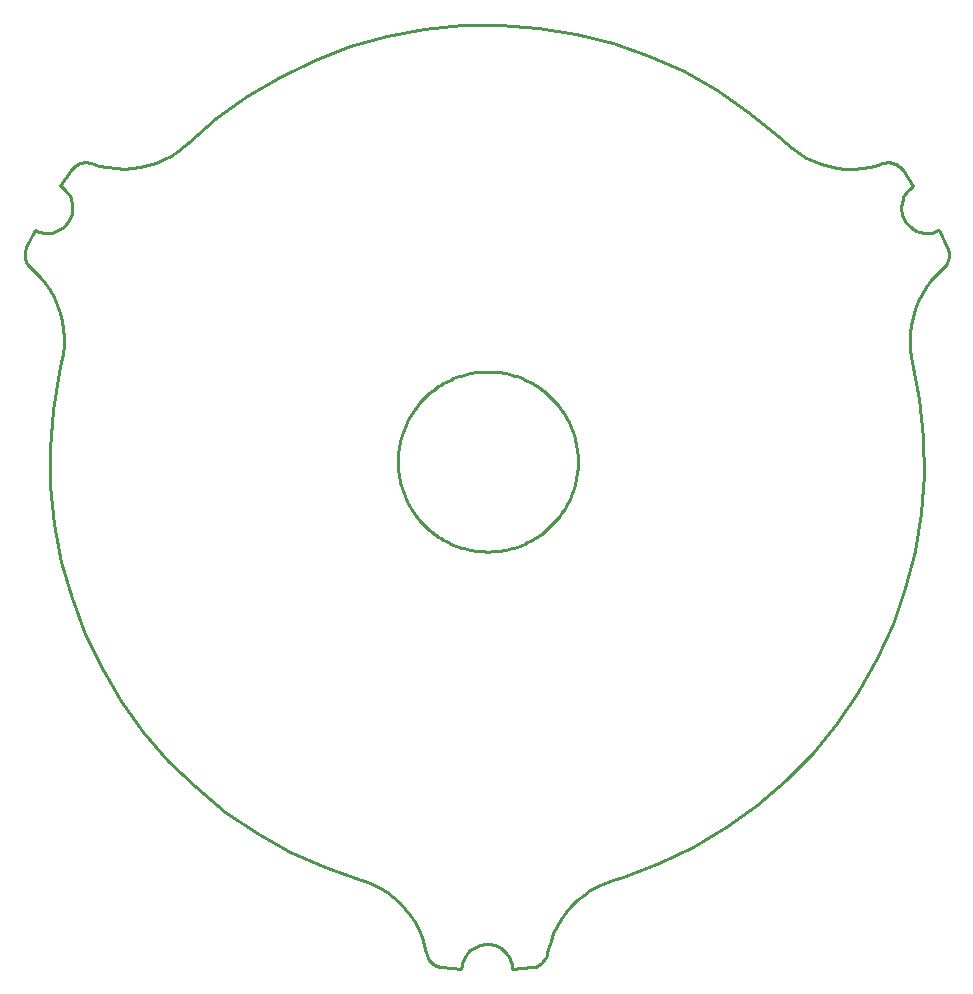
<source format=gbr>
G04 EAGLE Gerber X2 export*
%TF.Part,Single*%
%TF.FileFunction,Profile,NP*%
%TF.FilePolarity,Positive*%
%TF.GenerationSoftware,Autodesk,EAGLE,8.7.1*%
%TF.CreationDate,2019-11-11T18:06:01Z*%
G75*
%MOMM*%
%FSLAX34Y34*%
%LPD*%
%AMOC8*
5,1,8,0,0,1.08239X$1,22.5*%
G01*
%ADD10C,0.254000*%


D10*
X-389870Y181388D02*
X-390312Y180334D01*
X-390718Y179090D01*
X-391014Y177816D01*
X-391198Y176520D01*
X-391269Y175213D01*
X-391225Y173906D01*
X-391068Y172607D01*
X-390797Y171326D01*
X-390417Y170074D01*
X-389928Y168860D01*
X-389336Y167693D01*
X-388644Y166583D01*
X-387858Y165536D01*
X-386984Y164563D01*
X-386028Y163669D01*
X-383290Y161211D01*
X-378417Y156215D01*
X-373999Y150812D01*
X-370068Y145045D01*
X-366654Y138958D01*
X-363785Y132596D01*
X-361480Y126008D01*
X-359759Y119245D01*
X-358634Y112357D01*
X-358113Y105398D01*
X-358200Y98419D01*
X-358896Y91475D01*
X-360194Y84617D01*
X-362208Y75535D01*
X-367413Y43679D01*
X-369822Y11491D01*
X-369416Y-20785D01*
X-366199Y-52902D01*
X-360194Y-84617D01*
X-351449Y-115688D01*
X-340028Y-145879D01*
X-326020Y-174959D01*
X-309531Y-202708D01*
X-290686Y-228914D01*
X-269629Y-253378D01*
X-246519Y-275914D01*
X-221534Y-296349D01*
X-194862Y-314529D01*
X-166708Y-330316D01*
X-137284Y-343588D01*
X-106816Y-354246D01*
X-103319Y-355389D01*
X-96844Y-357994D01*
X-90621Y-361153D01*
X-84697Y-364843D01*
X-79117Y-369035D01*
X-73924Y-373697D01*
X-69156Y-378794D01*
X-64851Y-384287D01*
X-61042Y-390135D01*
X-57756Y-396292D01*
X-55020Y-402712D01*
X-52853Y-409347D01*
X-51273Y-416145D01*
X-51020Y-417259D01*
X-50628Y-418507D01*
X-50128Y-419717D01*
X-49525Y-420878D01*
X-48823Y-421982D01*
X-48027Y-423021D01*
X-47144Y-423987D01*
X-46180Y-424872D01*
X-45143Y-425669D01*
X-44039Y-426373D01*
X-42879Y-426978D01*
X-41671Y-427480D01*
X-40423Y-427875D01*
X-39146Y-428159D01*
X-37849Y-428331D01*
X-21493Y-429462D01*
X-21458Y-428662D01*
X-21260Y-426797D01*
X-20900Y-424956D01*
X-20381Y-423154D01*
X-19707Y-421404D01*
X-18883Y-419719D01*
X-17915Y-418112D01*
X-16810Y-416596D01*
X-15578Y-415182D01*
X-14227Y-413881D01*
X-12768Y-412702D01*
X-11212Y-411655D01*
X-9571Y-410748D01*
X-7856Y-409987D01*
X-6082Y-409378D01*
X-4262Y-408926D01*
X-2409Y-408635D01*
X-537Y-408507D01*
X1338Y-408542D01*
X3203Y-408740D01*
X5044Y-409100D01*
X6846Y-409619D01*
X8596Y-410293D01*
X10281Y-411117D01*
X11888Y-412085D01*
X13404Y-413190D01*
X14818Y-414422D01*
X16119Y-415773D01*
X17298Y-417232D01*
X18345Y-418788D01*
X19252Y-420429D01*
X20013Y-422144D01*
X20622Y-423918D01*
X21073Y-425738D01*
X21365Y-427591D01*
X21493Y-429462D01*
X37849Y-428331D01*
X38982Y-428187D01*
X40262Y-427917D01*
X41514Y-427536D01*
X42728Y-427048D01*
X43895Y-426456D01*
X45006Y-425764D01*
X46052Y-424978D01*
X47026Y-424104D01*
X47920Y-423148D01*
X48727Y-422118D01*
X49441Y-421021D01*
X50057Y-419867D01*
X50570Y-418663D01*
X50977Y-417419D01*
X51273Y-416145D01*
X52032Y-412544D01*
X53923Y-405826D01*
X56392Y-399298D01*
X59421Y-393011D01*
X62986Y-387011D01*
X67061Y-381345D01*
X71614Y-376055D01*
X76610Y-371183D01*
X82013Y-366764D01*
X87779Y-362834D01*
X93867Y-359420D01*
X100229Y-356550D01*
X106816Y-354246D01*
X115688Y-351449D01*
X145879Y-340028D01*
X174959Y-326020D01*
X202708Y-309531D01*
X228914Y-290686D01*
X253378Y-269629D01*
X275913Y-246519D01*
X296349Y-221534D01*
X314529Y-194862D01*
X330316Y-166708D01*
X343588Y-137284D01*
X354246Y-106816D01*
X362208Y-75535D01*
X367413Y-43679D01*
X369822Y-11491D01*
X369416Y20785D01*
X366199Y52902D01*
X360194Y84617D01*
X359435Y88218D01*
X358454Y95128D01*
X358078Y102097D01*
X358312Y109072D01*
X359152Y116000D01*
X360593Y122829D01*
X362623Y129506D01*
X365228Y135981D01*
X368387Y142204D01*
X372077Y148128D01*
X376269Y153708D01*
X380931Y158901D01*
X386028Y163669D01*
X386867Y164444D01*
X387752Y165408D01*
X388550Y166446D01*
X389254Y167549D01*
X389859Y168709D01*
X390361Y169918D01*
X390755Y171165D01*
X391040Y172443D01*
X391212Y173740D01*
X391270Y175047D01*
X391214Y176355D01*
X391044Y177652D01*
X390762Y178930D01*
X390370Y180178D01*
X389870Y181388D01*
X382672Y196117D01*
X381961Y195748D01*
X380247Y194987D01*
X378473Y194378D01*
X376652Y193927D01*
X374800Y193635D01*
X372928Y193507D01*
X371053Y193542D01*
X369188Y193740D01*
X367347Y194100D01*
X365545Y194619D01*
X363795Y195293D01*
X362110Y196118D01*
X360503Y197085D01*
X358987Y198190D01*
X357573Y199422D01*
X356272Y200773D01*
X355093Y202232D01*
X354046Y203788D01*
X353139Y205429D01*
X352378Y207144D01*
X351769Y208918D01*
X351317Y210738D01*
X351026Y212591D01*
X350898Y214463D01*
X350933Y216338D01*
X351131Y218203D01*
X351491Y220044D01*
X352010Y221846D01*
X352684Y223596D01*
X353508Y225281D01*
X354476Y226888D01*
X355581Y228404D01*
X356813Y229818D01*
X358164Y231119D01*
X359623Y232298D01*
X361179Y233345D01*
X352021Y246943D01*
X351330Y247853D01*
X350456Y248827D01*
X349500Y249721D01*
X348470Y250528D01*
X347374Y251242D01*
X346219Y251858D01*
X345015Y252371D01*
X343771Y252778D01*
X342497Y253074D01*
X341201Y253258D01*
X339895Y253328D01*
X338587Y253285D01*
X337288Y253127D01*
X336007Y252857D01*
X334755Y252476D01*
X331258Y251333D01*
X324494Y249612D01*
X317607Y248486D01*
X310647Y247965D01*
X303668Y248053D01*
X296724Y248749D01*
X289867Y250047D01*
X283149Y251938D01*
X276621Y254407D01*
X270333Y257436D01*
X264334Y261001D01*
X258667Y265076D01*
X253378Y269629D01*
X246519Y275913D01*
X221534Y296349D01*
X194862Y314529D01*
X166708Y330316D01*
X137284Y343588D01*
X106816Y354246D01*
X75535Y362208D01*
X43679Y367413D01*
X11491Y369822D01*
X-20785Y369416D01*
X-52902Y366199D01*
X-84617Y360194D01*
X-115688Y351449D01*
X-145879Y340028D01*
X-174959Y326020D01*
X-202708Y309531D01*
X-228914Y290686D01*
X-253378Y269629D01*
X-256117Y267171D01*
X-261610Y262866D01*
X-267457Y259057D01*
X-273615Y255771D01*
X-280035Y253034D01*
X-286669Y250868D01*
X-293467Y249288D01*
X-300377Y248306D01*
X-307346Y247931D01*
X-314321Y248164D01*
X-321249Y249004D01*
X-328078Y250445D01*
X-334755Y252476D01*
X-335847Y252815D01*
X-337124Y253099D01*
X-338421Y253271D01*
X-339728Y253329D01*
X-341036Y253273D01*
X-342333Y253103D01*
X-343611Y252821D01*
X-344860Y252429D01*
X-346069Y251929D01*
X-347230Y251326D01*
X-348334Y250624D01*
X-349373Y249828D01*
X-350339Y248945D01*
X-351224Y247981D01*
X-352021Y246943D01*
X-361179Y233345D01*
X-360503Y232915D01*
X-358987Y231810D01*
X-357573Y230578D01*
X-356272Y229227D01*
X-355093Y227768D01*
X-354046Y226212D01*
X-353139Y224571D01*
X-352378Y222856D01*
X-351769Y221082D01*
X-351317Y219262D01*
X-351026Y217409D01*
X-350898Y215537D01*
X-350933Y213662D01*
X-351131Y211797D01*
X-351491Y209956D01*
X-352010Y208154D01*
X-352684Y206404D01*
X-353508Y204719D01*
X-354476Y203112D01*
X-355581Y201596D01*
X-356813Y200182D01*
X-358164Y198881D01*
X-359623Y197702D01*
X-361179Y196655D01*
X-362820Y195748D01*
X-364535Y194987D01*
X-366309Y194378D01*
X-368129Y193927D01*
X-369982Y193635D01*
X-371853Y193507D01*
X-373729Y193542D01*
X-375594Y193740D01*
X-377435Y194100D01*
X-379237Y194619D01*
X-380987Y195293D01*
X-382672Y196118D01*
X-389870Y181388D01*
X77053Y-1197D02*
X77053Y1197D01*
X76978Y3590D01*
X76828Y5979D01*
X76602Y8363D01*
X76302Y10738D01*
X75928Y13103D01*
X75479Y15454D01*
X74957Y17791D01*
X74361Y20110D01*
X73694Y22409D01*
X72954Y24686D01*
X72143Y26938D01*
X71261Y29164D01*
X70311Y31361D01*
X69291Y33528D01*
X68204Y35661D01*
X67051Y37759D01*
X65832Y39819D01*
X64549Y41841D01*
X63204Y43821D01*
X61797Y45758D01*
X60329Y47649D01*
X58803Y49494D01*
X57220Y51290D01*
X55581Y53035D01*
X53888Y54728D01*
X52143Y56367D01*
X50347Y57950D01*
X48502Y59476D01*
X46611Y60944D01*
X44674Y62351D01*
X42694Y63696D01*
X40672Y64979D01*
X38612Y66198D01*
X36514Y67351D01*
X34381Y68438D01*
X32214Y69458D01*
X30017Y70408D01*
X27791Y71290D01*
X25539Y72101D01*
X23262Y72840D01*
X20963Y73508D01*
X18644Y74104D01*
X16307Y74626D01*
X13956Y75075D01*
X11591Y75449D01*
X9216Y75749D01*
X6832Y75974D01*
X4443Y76125D01*
X2050Y76200D01*
X-344Y76200D01*
X-2737Y76125D01*
X-5126Y75974D01*
X-7510Y75749D01*
X-9885Y75449D01*
X-12250Y75075D01*
X-14601Y74626D01*
X-16938Y74104D01*
X-19257Y73508D01*
X-21556Y72840D01*
X-23832Y72101D01*
X-26085Y71290D01*
X-28311Y70408D01*
X-30508Y69458D01*
X-32674Y68438D01*
X-34808Y67351D01*
X-36906Y66198D01*
X-38966Y64979D01*
X-40988Y63696D01*
X-42968Y62351D01*
X-44905Y60944D01*
X-46796Y59476D01*
X-48641Y57950D01*
X-50437Y56367D01*
X-52182Y54728D01*
X-53875Y53035D01*
X-55514Y51290D01*
X-57097Y49494D01*
X-58623Y47649D01*
X-60090Y45758D01*
X-61498Y43821D01*
X-62843Y41841D01*
X-64126Y39819D01*
X-65345Y37759D01*
X-66498Y35661D01*
X-67585Y33528D01*
X-68604Y31361D01*
X-69555Y29164D01*
X-70437Y26938D01*
X-71248Y24686D01*
X-71987Y22409D01*
X-72655Y20110D01*
X-73251Y17791D01*
X-73773Y15454D01*
X-74222Y13103D01*
X-74596Y10738D01*
X-74896Y8363D01*
X-75121Y5979D01*
X-75272Y3590D01*
X-75347Y1197D01*
X-75347Y-1197D01*
X-75272Y-3590D01*
X-75121Y-5979D01*
X-74896Y-8363D01*
X-74596Y-10738D01*
X-74222Y-13103D01*
X-73773Y-15454D01*
X-73251Y-17791D01*
X-72655Y-20110D01*
X-71987Y-22409D01*
X-71248Y-24686D01*
X-70437Y-26938D01*
X-69555Y-29164D01*
X-68604Y-31361D01*
X-67585Y-33528D01*
X-66498Y-35661D01*
X-65345Y-37759D01*
X-64126Y-39819D01*
X-62843Y-41841D01*
X-61498Y-43821D01*
X-60090Y-45758D01*
X-58623Y-47649D01*
X-57097Y-49494D01*
X-55514Y-51290D01*
X-53875Y-53035D01*
X-52182Y-54728D01*
X-50437Y-56367D01*
X-48641Y-57950D01*
X-46796Y-59476D01*
X-44905Y-60944D01*
X-42968Y-62351D01*
X-40988Y-63696D01*
X-38966Y-64979D01*
X-36906Y-66198D01*
X-34808Y-67351D01*
X-32674Y-68438D01*
X-30508Y-69458D01*
X-28311Y-70408D01*
X-26085Y-71290D01*
X-23832Y-72101D01*
X-21556Y-72840D01*
X-19257Y-73508D01*
X-16938Y-74104D01*
X-14601Y-74626D01*
X-12250Y-75075D01*
X-9885Y-75449D01*
X-7510Y-75749D01*
X-5126Y-75974D01*
X-2737Y-76125D01*
X-344Y-76200D01*
X2050Y-76200D01*
X4443Y-76125D01*
X6832Y-75974D01*
X9216Y-75749D01*
X11591Y-75449D01*
X13956Y-75075D01*
X16307Y-74626D01*
X18644Y-74104D01*
X20963Y-73508D01*
X23262Y-72840D01*
X25539Y-72101D01*
X27791Y-71290D01*
X30017Y-70408D01*
X32214Y-69458D01*
X34381Y-68438D01*
X36514Y-67351D01*
X38612Y-66198D01*
X40672Y-64979D01*
X42694Y-63696D01*
X44674Y-62351D01*
X46611Y-60944D01*
X48502Y-59476D01*
X50347Y-57950D01*
X52143Y-56367D01*
X53888Y-54728D01*
X55581Y-53035D01*
X57220Y-51290D01*
X58803Y-49494D01*
X60329Y-47649D01*
X61797Y-45758D01*
X63204Y-43821D01*
X64549Y-41841D01*
X65832Y-39819D01*
X67051Y-37759D01*
X68204Y-35661D01*
X69291Y-33528D01*
X70311Y-31361D01*
X71261Y-29164D01*
X72143Y-26938D01*
X72954Y-24686D01*
X73694Y-22409D01*
X74361Y-20110D01*
X74957Y-17791D01*
X75479Y-15454D01*
X75928Y-13103D01*
X76302Y-10738D01*
X76602Y-8363D01*
X76828Y-5979D01*
X76978Y-3590D01*
X77053Y-1197D01*
M02*

</source>
